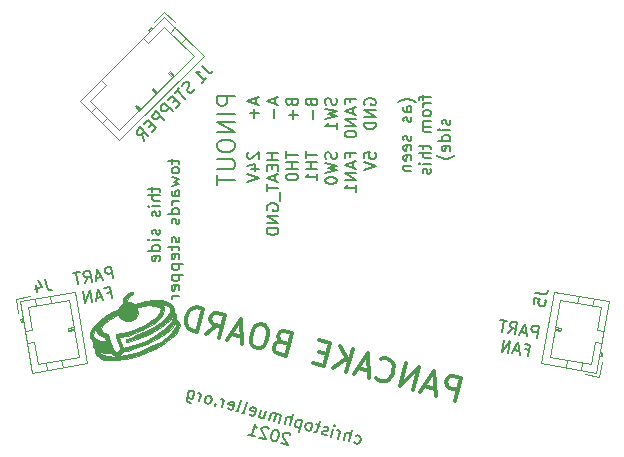
<source format=gbr>
%TF.GenerationSoftware,KiCad,Pcbnew,(5.1.9-0-10_14)*%
%TF.CreationDate,2021-09-12T17:19:37+02:00*%
%TF.ProjectId,v0_miniAB_pancake_board,76305f6d-696e-4694-9142-5f70616e6361,rev?*%
%TF.SameCoordinates,Original*%
%TF.FileFunction,Legend,Bot*%
%TF.FilePolarity,Positive*%
%FSLAX46Y46*%
G04 Gerber Fmt 4.6, Leading zero omitted, Abs format (unit mm)*
G04 Created by KiCad (PCBNEW (5.1.9-0-10_14)) date 2021-09-12 17:19:37*
%MOMM*%
%LPD*%
G01*
G04 APERTURE LIST*
%ADD10C,0.300000*%
%ADD11C,0.150000*%
%ADD12C,0.100000*%
%ADD13C,0.120000*%
G04 APERTURE END LIST*
D10*
X111918950Y-112742787D02*
X112436588Y-110810935D01*
X111700645Y-110613740D01*
X111492010Y-110656434D01*
X111375367Y-110723777D01*
X111234076Y-110883114D01*
X111160127Y-111159092D01*
X111202821Y-111367728D01*
X111270165Y-111484370D01*
X111429501Y-111625662D01*
X112165445Y-111822857D01*
X110226988Y-111697841D02*
X109307059Y-111451346D01*
X110263078Y-112299097D02*
X110136765Y-110194699D01*
X108975176Y-111954005D01*
X108331226Y-111781459D02*
X108848864Y-109849607D01*
X107227311Y-111485666D01*
X107744949Y-109553814D01*
X105252765Y-110759392D02*
X105320108Y-110876035D01*
X105571438Y-111041976D01*
X105755424Y-111091275D01*
X106056052Y-111073230D01*
X106289337Y-110938543D01*
X106430628Y-110779207D01*
X106621219Y-110435884D01*
X106695167Y-110159906D01*
X106701772Y-109767284D01*
X106659078Y-109558649D01*
X106524391Y-109325364D01*
X106273062Y-109159423D01*
X106089076Y-109110124D01*
X105788448Y-109128169D01*
X105671805Y-109195512D01*
X104615419Y-110194225D02*
X103695490Y-109947731D01*
X104651508Y-110795482D02*
X104525196Y-108691084D01*
X103363607Y-110450390D01*
X102719657Y-110277843D02*
X103237295Y-108345992D01*
X101615742Y-109982050D02*
X102739471Y-109099980D01*
X102133380Y-108050199D02*
X102941502Y-109449907D01*
X101058949Y-108748283D02*
X100414998Y-108575737D01*
X99867876Y-109513711D02*
X100787805Y-109760205D01*
X101305443Y-107828354D01*
X100385514Y-107581859D01*
X97195246Y-107713007D02*
X96894617Y-107731052D01*
X96777975Y-107798395D01*
X96636683Y-107957732D01*
X96562735Y-108233710D01*
X96605429Y-108442346D01*
X96672772Y-108558988D01*
X96832109Y-108700280D01*
X97568052Y-108897475D01*
X98085690Y-106965624D01*
X97441740Y-106793078D01*
X97233105Y-106835772D01*
X97116462Y-106903115D01*
X96975170Y-107062452D01*
X96925872Y-107246437D01*
X96968566Y-107455073D01*
X97035909Y-107571715D01*
X97195246Y-107713007D01*
X97839196Y-107885553D01*
X95785867Y-106349388D02*
X95417895Y-106250790D01*
X95209260Y-106293484D01*
X94975975Y-106428171D01*
X94785385Y-106771493D01*
X94612839Y-107415444D01*
X94606234Y-107808065D01*
X94740921Y-108041350D01*
X94900257Y-108182642D01*
X95268229Y-108281239D01*
X95476864Y-108238545D01*
X95710149Y-108103858D01*
X95900740Y-107760536D01*
X96073286Y-107116585D01*
X96079891Y-106723964D01*
X95945204Y-106490680D01*
X95785867Y-106349388D01*
X93852246Y-107310241D02*
X92932316Y-107063747D01*
X93888335Y-107911498D02*
X93762023Y-105807100D01*
X92600434Y-107566406D01*
X90852568Y-107098067D02*
X91743013Y-106350683D01*
X91956483Y-107393860D02*
X92474121Y-105462008D01*
X91738178Y-105264813D01*
X91529543Y-105307507D01*
X91412900Y-105374850D01*
X91271608Y-105534187D01*
X91197660Y-105810166D01*
X91240354Y-106018801D01*
X91307698Y-106135443D01*
X91467034Y-106276735D01*
X92202978Y-106473930D01*
X90024632Y-106876222D02*
X90542270Y-104944370D01*
X90082305Y-104821123D01*
X89781677Y-104839168D01*
X89548392Y-104973855D01*
X89407100Y-105133191D01*
X89216510Y-105476513D01*
X89142561Y-105752492D01*
X89135957Y-106145113D01*
X89178651Y-106353749D01*
X89313338Y-106587033D01*
X89564667Y-106752975D01*
X90024632Y-106876222D01*
D11*
X103339241Y-116224301D02*
X103418909Y-116294947D01*
X103602895Y-116344246D01*
X103707213Y-116322899D01*
X103765534Y-116289227D01*
X103836180Y-116209559D01*
X103910128Y-115933580D01*
X103888781Y-115829262D01*
X103855109Y-115770941D01*
X103775441Y-115700295D01*
X103591455Y-115650996D01*
X103487137Y-115672343D01*
X102912948Y-116159375D02*
X103171767Y-115193449D01*
X102498980Y-116048452D02*
X102634552Y-115542491D01*
X102705198Y-115462823D01*
X102809515Y-115441476D01*
X102947505Y-115478450D01*
X103027173Y-115549096D01*
X103060845Y-115607417D01*
X102039015Y-115925205D02*
X102211561Y-115281255D01*
X102162262Y-115465241D02*
X102140915Y-115360923D01*
X102107243Y-115302602D01*
X102027575Y-115231956D01*
X101935582Y-115207306D01*
X101441061Y-115764984D02*
X101613607Y-115121033D01*
X101699880Y-114799058D02*
X101733552Y-114857379D01*
X101675231Y-114891051D01*
X101641559Y-114832730D01*
X101699880Y-114799058D01*
X101675231Y-114891051D01*
X101039418Y-115608065D02*
X100935100Y-115629412D01*
X100751114Y-115580113D01*
X100671446Y-115509467D01*
X100650099Y-115405150D01*
X100662423Y-115359153D01*
X100733069Y-115279485D01*
X100837387Y-115258138D01*
X100975376Y-115295112D01*
X101079694Y-115273765D01*
X101150340Y-115194097D01*
X101162665Y-115148100D01*
X101141318Y-115043783D01*
X101061649Y-114973137D01*
X100923660Y-114936163D01*
X100819342Y-114957510D01*
X100509692Y-114825240D02*
X100141720Y-114726642D01*
X100457975Y-114466291D02*
X100236131Y-115294227D01*
X100165485Y-115373895D01*
X100061167Y-115395242D01*
X99969174Y-115370593D01*
X99509209Y-115247346D02*
X99613527Y-115225999D01*
X99671848Y-115192327D01*
X99742494Y-115112659D01*
X99816442Y-114836680D01*
X99795095Y-114732362D01*
X99761424Y-114674041D01*
X99681755Y-114603395D01*
X99543766Y-114566421D01*
X99439448Y-114587768D01*
X99381127Y-114621440D01*
X99310481Y-114701108D01*
X99236533Y-114977087D01*
X99257880Y-115081405D01*
X99291552Y-115139726D01*
X99371220Y-115210372D01*
X99509209Y-115247346D01*
X98945812Y-114406200D02*
X98686993Y-115372126D01*
X98933487Y-114452196D02*
X98853819Y-114381550D01*
X98669833Y-114332252D01*
X98565515Y-114353599D01*
X98507194Y-114387270D01*
X98436548Y-114466939D01*
X98362600Y-114742917D01*
X98383947Y-114847235D01*
X98417619Y-114905556D01*
X98497287Y-114976202D01*
X98681273Y-115025501D01*
X98785591Y-115004154D01*
X97899333Y-114815981D02*
X98158152Y-113850055D01*
X97485365Y-114705058D02*
X97620937Y-114199097D01*
X97691583Y-114119429D01*
X97795900Y-114098082D01*
X97933890Y-114135056D01*
X98013558Y-114205702D01*
X98047230Y-114264023D01*
X97025400Y-114581811D02*
X97197946Y-113937861D01*
X97173297Y-114029854D02*
X97139625Y-113971532D01*
X97059957Y-113900886D01*
X96921967Y-113863912D01*
X96817650Y-113885259D01*
X96747004Y-113964928D01*
X96611432Y-114470889D01*
X96747004Y-113964928D02*
X96725657Y-113860610D01*
X96645988Y-113789964D01*
X96507999Y-113752990D01*
X96403681Y-113774337D01*
X96333036Y-113854005D01*
X96197464Y-114359966D01*
X95496077Y-113481846D02*
X95323531Y-114125797D01*
X95910045Y-113592769D02*
X95774473Y-114098730D01*
X95703827Y-114178398D01*
X95599510Y-114199745D01*
X95461520Y-114162771D01*
X95381852Y-114092125D01*
X95348180Y-114033804D01*
X94507919Y-113857955D02*
X94587587Y-113928601D01*
X94771573Y-113977900D01*
X94875891Y-113956553D01*
X94946537Y-113876885D01*
X95045134Y-113508913D01*
X95023787Y-113404595D01*
X94944119Y-113333950D01*
X94760133Y-113284651D01*
X94655816Y-113305998D01*
X94585170Y-113385666D01*
X94560520Y-113477659D01*
X94995836Y-113692899D01*
X93897640Y-113743730D02*
X94001958Y-113722383D01*
X94072604Y-113642715D01*
X94294449Y-112814779D01*
X93391679Y-113608159D02*
X93495997Y-113586812D01*
X93566643Y-113507143D01*
X93788488Y-112679207D01*
X92668060Y-113364967D02*
X92747729Y-113435613D01*
X92931714Y-113484911D01*
X93036032Y-113463564D01*
X93106678Y-113383896D01*
X93205276Y-113015924D01*
X93183929Y-112911607D01*
X93104260Y-112840961D01*
X92920275Y-112791662D01*
X92815957Y-112813009D01*
X92745311Y-112892677D01*
X92720662Y-112984670D01*
X93155977Y-113199910D01*
X92195771Y-113287716D02*
X92368317Y-112643765D01*
X92319018Y-112827751D02*
X92297671Y-112723434D01*
X92263999Y-112665112D01*
X92184331Y-112594467D01*
X92092338Y-112569817D01*
X91622466Y-113035502D02*
X91564145Y-113069173D01*
X91597817Y-113127495D01*
X91656138Y-113093823D01*
X91622466Y-113035502D01*
X91597817Y-113127495D01*
X90999863Y-112967273D02*
X91104180Y-112945926D01*
X91162502Y-112912255D01*
X91233148Y-112832586D01*
X91307096Y-112556608D01*
X91285749Y-112452290D01*
X91252077Y-112393969D01*
X91172409Y-112323323D01*
X91034419Y-112286349D01*
X90930102Y-112307696D01*
X90871781Y-112341367D01*
X90801135Y-112421036D01*
X90727186Y-112697014D01*
X90748533Y-112801332D01*
X90782205Y-112859653D01*
X90861873Y-112930299D01*
X90999863Y-112967273D01*
X90263919Y-112770078D02*
X90436465Y-112126127D01*
X90387166Y-112310113D02*
X90365819Y-112205796D01*
X90332148Y-112147474D01*
X90252479Y-112076828D01*
X90160487Y-112052179D01*
X89424543Y-111854984D02*
X89215023Y-112636924D01*
X89236370Y-112741241D01*
X89270042Y-112799562D01*
X89349710Y-112870208D01*
X89487699Y-112907182D01*
X89592017Y-112885835D01*
X89264322Y-112452938D02*
X89343990Y-112523584D01*
X89527976Y-112572882D01*
X89632293Y-112551535D01*
X89690615Y-112517864D01*
X89761261Y-112438195D01*
X89835209Y-112162217D01*
X89813862Y-112057899D01*
X89780190Y-111999578D01*
X89700522Y-111928932D01*
X89516536Y-111879633D01*
X89412218Y-111900980D01*
X97959432Y-115603612D02*
X97925760Y-115545291D01*
X97846092Y-115474645D01*
X97616110Y-115413021D01*
X97511792Y-115434368D01*
X97453471Y-115468040D01*
X97382825Y-115547708D01*
X97358176Y-115639701D01*
X97367198Y-115790015D01*
X97771259Y-116489869D01*
X97173305Y-116329648D01*
X96834170Y-115203501D02*
X96742177Y-115178852D01*
X96637859Y-115200199D01*
X96579538Y-115233870D01*
X96508892Y-115313539D01*
X96413597Y-115485200D01*
X96351973Y-115715182D01*
X96348671Y-115911493D01*
X96370018Y-116015810D01*
X96403690Y-116074131D01*
X96483358Y-116144777D01*
X96575351Y-116169427D01*
X96679668Y-116148080D01*
X96737990Y-116114408D01*
X96808636Y-116034740D01*
X96903931Y-115863079D01*
X96965554Y-115633096D01*
X96968857Y-115436786D01*
X96947510Y-115332468D01*
X96913838Y-115274147D01*
X96834170Y-115203501D01*
X96119573Y-115110623D02*
X96085902Y-115052302D01*
X96006233Y-114981656D01*
X95776251Y-114920033D01*
X95671933Y-114941380D01*
X95613612Y-114975051D01*
X95542966Y-115054720D01*
X95518317Y-115146712D01*
X95527339Y-115297027D01*
X95931400Y-115996881D01*
X95333446Y-115836659D01*
X94413517Y-115590165D02*
X94965474Y-115738062D01*
X94689496Y-115664113D02*
X94948315Y-114698188D01*
X95003333Y-114860826D01*
X95070677Y-114977469D01*
X95150345Y-115048115D01*
X93278571Y-86921428D02*
X91778571Y-86921428D01*
X91778571Y-87492857D01*
X91850000Y-87635714D01*
X91921428Y-87707142D01*
X92064285Y-87778571D01*
X92278571Y-87778571D01*
X92421428Y-87707142D01*
X92492857Y-87635714D01*
X92564285Y-87492857D01*
X92564285Y-86921428D01*
X93278571Y-88421428D02*
X91778571Y-88421428D01*
X93278571Y-89135714D02*
X91778571Y-89135714D01*
X93278571Y-89992857D01*
X91778571Y-89992857D01*
X91778571Y-90992857D02*
X91778571Y-91278571D01*
X91850000Y-91421428D01*
X91992857Y-91564285D01*
X92278571Y-91635714D01*
X92778571Y-91635714D01*
X93064285Y-91564285D01*
X93207142Y-91421428D01*
X93278571Y-91278571D01*
X93278571Y-90992857D01*
X93207142Y-90850000D01*
X93064285Y-90707142D01*
X92778571Y-90635714D01*
X92278571Y-90635714D01*
X91992857Y-90707142D01*
X91850000Y-90850000D01*
X91778571Y-90992857D01*
X91778571Y-92278571D02*
X92992857Y-92278571D01*
X93135714Y-92350000D01*
X93207142Y-92421428D01*
X93278571Y-92564285D01*
X93278571Y-92850000D01*
X93207142Y-92992857D01*
X93135714Y-93064285D01*
X92992857Y-93135714D01*
X91778571Y-93135714D01*
X91778571Y-93635714D02*
X91778571Y-94492857D01*
X93278571Y-94064285D02*
X91778571Y-94064285D01*
X86260714Y-94628571D02*
X86260714Y-95009523D01*
X85927380Y-94771428D02*
X86784523Y-94771428D01*
X86879761Y-94819047D01*
X86927380Y-94914285D01*
X86927380Y-95009523D01*
X86927380Y-95342857D02*
X85927380Y-95342857D01*
X86927380Y-95771428D02*
X86403571Y-95771428D01*
X86308333Y-95723809D01*
X86260714Y-95628571D01*
X86260714Y-95485714D01*
X86308333Y-95390476D01*
X86355952Y-95342857D01*
X86927380Y-96247619D02*
X86260714Y-96247619D01*
X85927380Y-96247619D02*
X85975000Y-96200000D01*
X86022619Y-96247619D01*
X85975000Y-96295238D01*
X85927380Y-96247619D01*
X86022619Y-96247619D01*
X86879761Y-96676190D02*
X86927380Y-96771428D01*
X86927380Y-96961904D01*
X86879761Y-97057142D01*
X86784523Y-97104761D01*
X86736904Y-97104761D01*
X86641666Y-97057142D01*
X86594047Y-96961904D01*
X86594047Y-96819047D01*
X86546428Y-96723809D01*
X86451190Y-96676190D01*
X86403571Y-96676190D01*
X86308333Y-96723809D01*
X86260714Y-96819047D01*
X86260714Y-96961904D01*
X86308333Y-97057142D01*
X86879761Y-98247619D02*
X86927380Y-98342857D01*
X86927380Y-98533333D01*
X86879761Y-98628571D01*
X86784523Y-98676190D01*
X86736904Y-98676190D01*
X86641666Y-98628571D01*
X86594047Y-98533333D01*
X86594047Y-98390476D01*
X86546428Y-98295238D01*
X86451190Y-98247619D01*
X86403571Y-98247619D01*
X86308333Y-98295238D01*
X86260714Y-98390476D01*
X86260714Y-98533333D01*
X86308333Y-98628571D01*
X86927380Y-99104761D02*
X86260714Y-99104761D01*
X85927380Y-99104761D02*
X85975000Y-99057142D01*
X86022619Y-99104761D01*
X85975000Y-99152380D01*
X85927380Y-99104761D01*
X86022619Y-99104761D01*
X86927380Y-100009523D02*
X85927380Y-100009523D01*
X86879761Y-100009523D02*
X86927380Y-99914285D01*
X86927380Y-99723809D01*
X86879761Y-99628571D01*
X86832142Y-99580952D01*
X86736904Y-99533333D01*
X86451190Y-99533333D01*
X86355952Y-99580952D01*
X86308333Y-99628571D01*
X86260714Y-99723809D01*
X86260714Y-99914285D01*
X86308333Y-100009523D01*
X86879761Y-100866666D02*
X86927380Y-100771428D01*
X86927380Y-100580952D01*
X86879761Y-100485714D01*
X86784523Y-100438095D01*
X86403571Y-100438095D01*
X86308333Y-100485714D01*
X86260714Y-100580952D01*
X86260714Y-100771428D01*
X86308333Y-100866666D01*
X86403571Y-100914285D01*
X86498809Y-100914285D01*
X86594047Y-100438095D01*
X87910714Y-92271428D02*
X87910714Y-92652380D01*
X87577380Y-92414285D02*
X88434523Y-92414285D01*
X88529761Y-92461904D01*
X88577380Y-92557142D01*
X88577380Y-92652380D01*
X88577380Y-93128571D02*
X88529761Y-93033333D01*
X88482142Y-92985714D01*
X88386904Y-92938095D01*
X88101190Y-92938095D01*
X88005952Y-92985714D01*
X87958333Y-93033333D01*
X87910714Y-93128571D01*
X87910714Y-93271428D01*
X87958333Y-93366666D01*
X88005952Y-93414285D01*
X88101190Y-93461904D01*
X88386904Y-93461904D01*
X88482142Y-93414285D01*
X88529761Y-93366666D01*
X88577380Y-93271428D01*
X88577380Y-93128571D01*
X87910714Y-93795238D02*
X88577380Y-93985714D01*
X88101190Y-94176190D01*
X88577380Y-94366666D01*
X87910714Y-94557142D01*
X88577380Y-95366666D02*
X88053571Y-95366666D01*
X87958333Y-95319047D01*
X87910714Y-95223809D01*
X87910714Y-95033333D01*
X87958333Y-94938095D01*
X88529761Y-95366666D02*
X88577380Y-95271428D01*
X88577380Y-95033333D01*
X88529761Y-94938095D01*
X88434523Y-94890476D01*
X88339285Y-94890476D01*
X88244047Y-94938095D01*
X88196428Y-95033333D01*
X88196428Y-95271428D01*
X88148809Y-95366666D01*
X88577380Y-95842857D02*
X87910714Y-95842857D01*
X88101190Y-95842857D02*
X88005952Y-95890476D01*
X87958333Y-95938095D01*
X87910714Y-96033333D01*
X87910714Y-96128571D01*
X88577380Y-96890476D02*
X87577380Y-96890476D01*
X88529761Y-96890476D02*
X88577380Y-96795238D01*
X88577380Y-96604761D01*
X88529761Y-96509523D01*
X88482142Y-96461904D01*
X88386904Y-96414285D01*
X88101190Y-96414285D01*
X88005952Y-96461904D01*
X87958333Y-96509523D01*
X87910714Y-96604761D01*
X87910714Y-96795238D01*
X87958333Y-96890476D01*
X88529761Y-97319047D02*
X88577380Y-97414285D01*
X88577380Y-97604761D01*
X88529761Y-97700000D01*
X88434523Y-97747619D01*
X88386904Y-97747619D01*
X88291666Y-97700000D01*
X88244047Y-97604761D01*
X88244047Y-97461904D01*
X88196428Y-97366666D01*
X88101190Y-97319047D01*
X88053571Y-97319047D01*
X87958333Y-97366666D01*
X87910714Y-97461904D01*
X87910714Y-97604761D01*
X87958333Y-97700000D01*
X88529761Y-98890476D02*
X88577380Y-98985714D01*
X88577380Y-99176190D01*
X88529761Y-99271428D01*
X88434523Y-99319047D01*
X88386904Y-99319047D01*
X88291666Y-99271428D01*
X88244047Y-99176190D01*
X88244047Y-99033333D01*
X88196428Y-98938095D01*
X88101190Y-98890476D01*
X88053571Y-98890476D01*
X87958333Y-98938095D01*
X87910714Y-99033333D01*
X87910714Y-99176190D01*
X87958333Y-99271428D01*
X87910714Y-99604761D02*
X87910714Y-99985714D01*
X87577380Y-99747619D02*
X88434523Y-99747619D01*
X88529761Y-99795238D01*
X88577380Y-99890476D01*
X88577380Y-99985714D01*
X88529761Y-100700000D02*
X88577380Y-100604761D01*
X88577380Y-100414285D01*
X88529761Y-100319047D01*
X88434523Y-100271428D01*
X88053571Y-100271428D01*
X87958333Y-100319047D01*
X87910714Y-100414285D01*
X87910714Y-100604761D01*
X87958333Y-100700000D01*
X88053571Y-100747619D01*
X88148809Y-100747619D01*
X88244047Y-100271428D01*
X87910714Y-101176190D02*
X88910714Y-101176190D01*
X87958333Y-101176190D02*
X87910714Y-101271428D01*
X87910714Y-101461904D01*
X87958333Y-101557142D01*
X88005952Y-101604761D01*
X88101190Y-101652380D01*
X88386904Y-101652380D01*
X88482142Y-101604761D01*
X88529761Y-101557142D01*
X88577380Y-101461904D01*
X88577380Y-101271428D01*
X88529761Y-101176190D01*
X87910714Y-102080952D02*
X88910714Y-102080952D01*
X87958333Y-102080952D02*
X87910714Y-102176190D01*
X87910714Y-102366666D01*
X87958333Y-102461904D01*
X88005952Y-102509523D01*
X88101190Y-102557142D01*
X88386904Y-102557142D01*
X88482142Y-102509523D01*
X88529761Y-102461904D01*
X88577380Y-102366666D01*
X88577380Y-102176190D01*
X88529761Y-102080952D01*
X88529761Y-103366666D02*
X88577380Y-103271428D01*
X88577380Y-103080952D01*
X88529761Y-102985714D01*
X88434523Y-102938095D01*
X88053571Y-102938095D01*
X87958333Y-102985714D01*
X87910714Y-103080952D01*
X87910714Y-103271428D01*
X87958333Y-103366666D01*
X88053571Y-103414285D01*
X88148809Y-103414285D01*
X88244047Y-102938095D01*
X88577380Y-103842857D02*
X87910714Y-103842857D01*
X88101190Y-103842857D02*
X88005952Y-103890476D01*
X87958333Y-103938095D01*
X87910714Y-104033333D01*
X87910714Y-104128571D01*
X89858037Y-86314381D02*
X89790694Y-86449068D01*
X89622335Y-86617427D01*
X89521320Y-86651099D01*
X89453976Y-86651099D01*
X89352961Y-86617427D01*
X89285618Y-86550084D01*
X89251946Y-86449068D01*
X89251946Y-86381725D01*
X89285618Y-86280710D01*
X89386633Y-86112351D01*
X89420305Y-86011336D01*
X89420305Y-85943992D01*
X89386633Y-85842977D01*
X89319289Y-85775633D01*
X89218274Y-85741962D01*
X89150931Y-85741962D01*
X89049915Y-85775633D01*
X88881557Y-85943992D01*
X88814213Y-86078679D01*
X88578511Y-86247038D02*
X88174450Y-86651099D01*
X89083587Y-87156175D02*
X88376480Y-86449068D01*
X88275465Y-87223519D02*
X88039763Y-87459221D01*
X88309137Y-87930625D02*
X88645854Y-87593908D01*
X87938748Y-86886801D01*
X87602030Y-87223519D01*
X88006091Y-88233671D02*
X87298984Y-87526564D01*
X87029610Y-87795938D01*
X86995938Y-87896954D01*
X86995938Y-87964297D01*
X87029610Y-88065312D01*
X87130625Y-88166328D01*
X87231641Y-88200000D01*
X87298984Y-88200000D01*
X87400000Y-88166328D01*
X87669374Y-87896954D01*
X87298984Y-88940778D02*
X86591877Y-88233671D01*
X86322503Y-88503045D01*
X86288832Y-88604061D01*
X86288832Y-88671404D01*
X86322503Y-88772419D01*
X86423519Y-88873435D01*
X86524534Y-88907106D01*
X86591877Y-88907106D01*
X86692893Y-88873435D01*
X86962267Y-88604061D01*
X86221488Y-89277496D02*
X85985786Y-89513198D01*
X86255160Y-89984602D02*
X86591877Y-89647885D01*
X85884771Y-88940778D01*
X85548053Y-89277496D01*
X85548053Y-90691709D02*
X85447038Y-90119289D01*
X85952114Y-90287648D02*
X85245007Y-89580541D01*
X84975633Y-89849915D01*
X84941962Y-89950931D01*
X84941962Y-90018274D01*
X84975633Y-90119289D01*
X85076649Y-90220305D01*
X85177664Y-90253976D01*
X85245007Y-90253976D01*
X85346023Y-90220305D01*
X85615397Y-89950931D01*
X82982850Y-102360166D02*
X82809201Y-101375358D01*
X82434037Y-101441510D01*
X82348514Y-101504944D01*
X82309888Y-101560108D01*
X82279530Y-101662168D01*
X82304337Y-101802855D01*
X82367770Y-101888377D01*
X82422935Y-101927004D01*
X82524995Y-101957362D01*
X82900160Y-101891210D01*
X81995324Y-102244172D02*
X81526368Y-102326861D01*
X82138729Y-102509007D02*
X81636811Y-101582082D01*
X81482190Y-102624773D01*
X80591174Y-102781883D02*
X80836753Y-102255044D01*
X81153921Y-102682656D02*
X80980273Y-101697848D01*
X80605108Y-101763999D01*
X80519586Y-101827433D01*
X80480959Y-101882598D01*
X80450601Y-101984658D01*
X80475408Y-102125345D01*
X80538842Y-102210867D01*
X80594006Y-102249493D01*
X80696067Y-102279851D01*
X81071231Y-102213699D01*
X80136152Y-101846689D02*
X79573405Y-101945917D01*
X80028426Y-102881111D02*
X79854778Y-101896303D01*
X82428080Y-103601551D02*
X82756350Y-103543668D01*
X82847308Y-104059520D02*
X82673660Y-103074712D01*
X82204704Y-103157402D01*
X82000469Y-103918718D02*
X81531513Y-104001408D01*
X82143874Y-104183554D02*
X81641957Y-103256629D01*
X81487336Y-104299320D01*
X81159066Y-104357202D02*
X80985418Y-103372395D01*
X80596319Y-104456430D01*
X80422671Y-103471622D01*
X118812259Y-107405917D02*
X118985908Y-106421110D01*
X118610743Y-106354958D01*
X118508683Y-106385316D01*
X118453518Y-106423942D01*
X118390084Y-106509465D01*
X118365278Y-106650151D01*
X118395635Y-106752212D01*
X118434262Y-106807376D01*
X118519784Y-106870810D01*
X118894949Y-106936961D01*
X117923961Y-106959165D02*
X117455005Y-106876475D01*
X117968138Y-107257076D02*
X117813517Y-106214386D01*
X117311600Y-107141311D01*
X116420583Y-106984200D02*
X116831542Y-106573127D01*
X116983331Y-107083428D02*
X117156979Y-106098620D01*
X116781814Y-106032469D01*
X116679754Y-106062826D01*
X116624589Y-106101453D01*
X116561156Y-106186975D01*
X116536349Y-106327662D01*
X116566707Y-106429722D01*
X116605333Y-106484887D01*
X116690855Y-106548320D01*
X117066020Y-106614472D01*
X116312858Y-105949779D02*
X115750111Y-105850551D01*
X115857836Y-106884973D02*
X116031484Y-105900165D01*
X117866369Y-108382695D02*
X118194639Y-108440578D01*
X118103680Y-108956430D02*
X118277328Y-107971622D01*
X117808372Y-107888932D01*
X117356068Y-108534484D02*
X116887112Y-108451794D01*
X117400246Y-108832395D02*
X117245625Y-107789705D01*
X116743707Y-108716630D01*
X116415438Y-108658747D02*
X116589086Y-107673939D01*
X115852691Y-108559520D01*
X116026339Y-107574712D01*
X108583333Y-87457142D02*
X108535714Y-87409523D01*
X108392857Y-87314285D01*
X108297619Y-87266666D01*
X108154761Y-87219047D01*
X107916666Y-87171428D01*
X107726190Y-87171428D01*
X107488095Y-87219047D01*
X107345238Y-87266666D01*
X107250000Y-87314285D01*
X107107142Y-87409523D01*
X107059523Y-87457142D01*
X108202380Y-88266666D02*
X107678571Y-88266666D01*
X107583333Y-88219047D01*
X107535714Y-88123809D01*
X107535714Y-87933333D01*
X107583333Y-87838095D01*
X108154761Y-88266666D02*
X108202380Y-88171428D01*
X108202380Y-87933333D01*
X108154761Y-87838095D01*
X108059523Y-87790476D01*
X107964285Y-87790476D01*
X107869047Y-87838095D01*
X107821428Y-87933333D01*
X107821428Y-88171428D01*
X107773809Y-88266666D01*
X108154761Y-88695238D02*
X108202380Y-88790476D01*
X108202380Y-88980952D01*
X108154761Y-89076190D01*
X108059523Y-89123809D01*
X108011904Y-89123809D01*
X107916666Y-89076190D01*
X107869047Y-88980952D01*
X107869047Y-88838095D01*
X107821428Y-88742857D01*
X107726190Y-88695238D01*
X107678571Y-88695238D01*
X107583333Y-88742857D01*
X107535714Y-88838095D01*
X107535714Y-88980952D01*
X107583333Y-89076190D01*
X108154761Y-90266666D02*
X108202380Y-90361904D01*
X108202380Y-90552380D01*
X108154761Y-90647619D01*
X108059523Y-90695238D01*
X108011904Y-90695238D01*
X107916666Y-90647619D01*
X107869047Y-90552380D01*
X107869047Y-90409523D01*
X107821428Y-90314285D01*
X107726190Y-90266666D01*
X107678571Y-90266666D01*
X107583333Y-90314285D01*
X107535714Y-90409523D01*
X107535714Y-90552380D01*
X107583333Y-90647619D01*
X108154761Y-91504761D02*
X108202380Y-91409523D01*
X108202380Y-91219047D01*
X108154761Y-91123809D01*
X108059523Y-91076190D01*
X107678571Y-91076190D01*
X107583333Y-91123809D01*
X107535714Y-91219047D01*
X107535714Y-91409523D01*
X107583333Y-91504761D01*
X107678571Y-91552380D01*
X107773809Y-91552380D01*
X107869047Y-91076190D01*
X108154761Y-92361904D02*
X108202380Y-92266666D01*
X108202380Y-92076190D01*
X108154761Y-91980952D01*
X108059523Y-91933333D01*
X107678571Y-91933333D01*
X107583333Y-91980952D01*
X107535714Y-92076190D01*
X107535714Y-92266666D01*
X107583333Y-92361904D01*
X107678571Y-92409523D01*
X107773809Y-92409523D01*
X107869047Y-91933333D01*
X107535714Y-92838095D02*
X108202380Y-92838095D01*
X107630952Y-92838095D02*
X107583333Y-92885714D01*
X107535714Y-92980952D01*
X107535714Y-93123809D01*
X107583333Y-93219047D01*
X107678571Y-93266666D01*
X108202380Y-93266666D01*
X109185714Y-86838095D02*
X109185714Y-87219047D01*
X109852380Y-86980952D02*
X108995238Y-86980952D01*
X108900000Y-87028571D01*
X108852380Y-87123809D01*
X108852380Y-87219047D01*
X109852380Y-87552380D02*
X109185714Y-87552380D01*
X109376190Y-87552380D02*
X109280952Y-87600000D01*
X109233333Y-87647619D01*
X109185714Y-87742857D01*
X109185714Y-87838095D01*
X109852380Y-88314285D02*
X109804761Y-88219047D01*
X109757142Y-88171428D01*
X109661904Y-88123809D01*
X109376190Y-88123809D01*
X109280952Y-88171428D01*
X109233333Y-88219047D01*
X109185714Y-88314285D01*
X109185714Y-88457142D01*
X109233333Y-88552380D01*
X109280952Y-88600000D01*
X109376190Y-88647619D01*
X109661904Y-88647619D01*
X109757142Y-88600000D01*
X109804761Y-88552380D01*
X109852380Y-88457142D01*
X109852380Y-88314285D01*
X109852380Y-89076190D02*
X109185714Y-89076190D01*
X109280952Y-89076190D02*
X109233333Y-89123809D01*
X109185714Y-89219047D01*
X109185714Y-89361904D01*
X109233333Y-89457142D01*
X109328571Y-89504761D01*
X109852380Y-89504761D01*
X109328571Y-89504761D02*
X109233333Y-89552380D01*
X109185714Y-89647619D01*
X109185714Y-89790476D01*
X109233333Y-89885714D01*
X109328571Y-89933333D01*
X109852380Y-89933333D01*
X109185714Y-91028571D02*
X109185714Y-91409523D01*
X108852380Y-91171428D02*
X109709523Y-91171428D01*
X109804761Y-91219047D01*
X109852380Y-91314285D01*
X109852380Y-91409523D01*
X109852380Y-91742857D02*
X108852380Y-91742857D01*
X109852380Y-92171428D02*
X109328571Y-92171428D01*
X109233333Y-92123809D01*
X109185714Y-92028571D01*
X109185714Y-91885714D01*
X109233333Y-91790476D01*
X109280952Y-91742857D01*
X109852380Y-92647619D02*
X109185714Y-92647619D01*
X108852380Y-92647619D02*
X108900000Y-92600000D01*
X108947619Y-92647619D01*
X108900000Y-92695238D01*
X108852380Y-92647619D01*
X108947619Y-92647619D01*
X109804761Y-93076190D02*
X109852380Y-93171428D01*
X109852380Y-93361904D01*
X109804761Y-93457142D01*
X109709523Y-93504761D01*
X109661904Y-93504761D01*
X109566666Y-93457142D01*
X109519047Y-93361904D01*
X109519047Y-93219047D01*
X109471428Y-93123809D01*
X109376190Y-93076190D01*
X109328571Y-93076190D01*
X109233333Y-93123809D01*
X109185714Y-93219047D01*
X109185714Y-93361904D01*
X109233333Y-93457142D01*
X111454761Y-88933333D02*
X111502380Y-89028571D01*
X111502380Y-89219047D01*
X111454761Y-89314285D01*
X111359523Y-89361904D01*
X111311904Y-89361904D01*
X111216666Y-89314285D01*
X111169047Y-89219047D01*
X111169047Y-89076190D01*
X111121428Y-88980952D01*
X111026190Y-88933333D01*
X110978571Y-88933333D01*
X110883333Y-88980952D01*
X110835714Y-89076190D01*
X110835714Y-89219047D01*
X110883333Y-89314285D01*
X111502380Y-89790476D02*
X110835714Y-89790476D01*
X110502380Y-89790476D02*
X110550000Y-89742857D01*
X110597619Y-89790476D01*
X110550000Y-89838095D01*
X110502380Y-89790476D01*
X110597619Y-89790476D01*
X111502380Y-90695238D02*
X110502380Y-90695238D01*
X111454761Y-90695238D02*
X111502380Y-90600000D01*
X111502380Y-90409523D01*
X111454761Y-90314285D01*
X111407142Y-90266666D01*
X111311904Y-90219047D01*
X111026190Y-90219047D01*
X110930952Y-90266666D01*
X110883333Y-90314285D01*
X110835714Y-90409523D01*
X110835714Y-90600000D01*
X110883333Y-90695238D01*
X111454761Y-91552380D02*
X111502380Y-91457142D01*
X111502380Y-91266666D01*
X111454761Y-91171428D01*
X111359523Y-91123809D01*
X110978571Y-91123809D01*
X110883333Y-91171428D01*
X110835714Y-91266666D01*
X110835714Y-91457142D01*
X110883333Y-91552380D01*
X110978571Y-91600000D01*
X111073809Y-91600000D01*
X111169047Y-91123809D01*
X111883333Y-91933333D02*
X111835714Y-91980952D01*
X111692857Y-92076190D01*
X111597619Y-92123809D01*
X111454761Y-92171428D01*
X111216666Y-92219047D01*
X111026190Y-92219047D01*
X110788095Y-92171428D01*
X110645238Y-92123809D01*
X110550000Y-92076190D01*
X110407142Y-91980952D01*
X110359523Y-91933333D01*
X94397619Y-91687976D02*
X94350000Y-91735595D01*
X94302380Y-91830833D01*
X94302380Y-92068928D01*
X94350000Y-92164166D01*
X94397619Y-92211785D01*
X94492857Y-92259404D01*
X94588095Y-92259404D01*
X94730952Y-92211785D01*
X95302380Y-91640357D01*
X95302380Y-92259404D01*
X94635714Y-93116547D02*
X95302380Y-93116547D01*
X94254761Y-92878452D02*
X94969047Y-92640357D01*
X94969047Y-93259404D01*
X94302380Y-93497500D02*
X95302380Y-93830833D01*
X94302380Y-94164166D01*
X96952380Y-91735595D02*
X95952380Y-91735595D01*
X96428571Y-91735595D02*
X96428571Y-92307023D01*
X96952380Y-92307023D02*
X95952380Y-92307023D01*
X96428571Y-92783214D02*
X96428571Y-93116547D01*
X96952380Y-93259404D02*
X96952380Y-92783214D01*
X95952380Y-92783214D01*
X95952380Y-93259404D01*
X96666666Y-93640357D02*
X96666666Y-94116547D01*
X96952380Y-93545119D02*
X95952380Y-93878452D01*
X96952380Y-94211785D01*
X95952380Y-94402261D02*
X95952380Y-94973690D01*
X96952380Y-94687976D02*
X95952380Y-94687976D01*
X97047619Y-95068928D02*
X97047619Y-95830833D01*
X96000000Y-96592738D02*
X95952380Y-96497500D01*
X95952380Y-96354642D01*
X96000000Y-96211785D01*
X96095238Y-96116547D01*
X96190476Y-96068928D01*
X96380952Y-96021309D01*
X96523809Y-96021309D01*
X96714285Y-96068928D01*
X96809523Y-96116547D01*
X96904761Y-96211785D01*
X96952380Y-96354642D01*
X96952380Y-96449880D01*
X96904761Y-96592738D01*
X96857142Y-96640357D01*
X96523809Y-96640357D01*
X96523809Y-96449880D01*
X96952380Y-97068928D02*
X95952380Y-97068928D01*
X96952380Y-97640357D01*
X95952380Y-97640357D01*
X96952380Y-98116547D02*
X95952380Y-98116547D01*
X95952380Y-98354642D01*
X96000000Y-98497500D01*
X96095238Y-98592738D01*
X96190476Y-98640357D01*
X96380952Y-98687976D01*
X96523809Y-98687976D01*
X96714285Y-98640357D01*
X96809523Y-98592738D01*
X96904761Y-98497500D01*
X96952380Y-98354642D01*
X96952380Y-98116547D01*
X97602380Y-91592738D02*
X97602380Y-92164166D01*
X98602380Y-91878452D02*
X97602380Y-91878452D01*
X98602380Y-92497500D02*
X97602380Y-92497500D01*
X98078571Y-92497500D02*
X98078571Y-93068928D01*
X98602380Y-93068928D02*
X97602380Y-93068928D01*
X97602380Y-93735595D02*
X97602380Y-93830833D01*
X97650000Y-93926071D01*
X97697619Y-93973690D01*
X97792857Y-94021309D01*
X97983333Y-94068928D01*
X98221428Y-94068928D01*
X98411904Y-94021309D01*
X98507142Y-93973690D01*
X98554761Y-93926071D01*
X98602380Y-93830833D01*
X98602380Y-93735595D01*
X98554761Y-93640357D01*
X98507142Y-93592738D01*
X98411904Y-93545119D01*
X98221428Y-93497500D01*
X97983333Y-93497500D01*
X97792857Y-93545119D01*
X97697619Y-93592738D01*
X97650000Y-93640357D01*
X97602380Y-93735595D01*
X99252380Y-91592738D02*
X99252380Y-92164166D01*
X100252380Y-91878452D02*
X99252380Y-91878452D01*
X100252380Y-92497500D02*
X99252380Y-92497500D01*
X99728571Y-92497500D02*
X99728571Y-93068928D01*
X100252380Y-93068928D02*
X99252380Y-93068928D01*
X100252380Y-94068928D02*
X100252380Y-93497500D01*
X100252380Y-93783214D02*
X99252380Y-93783214D01*
X99395238Y-93687976D01*
X99490476Y-93592738D01*
X99538095Y-93497500D01*
X101854761Y-91687976D02*
X101902380Y-91830833D01*
X101902380Y-92068928D01*
X101854761Y-92164166D01*
X101807142Y-92211785D01*
X101711904Y-92259404D01*
X101616666Y-92259404D01*
X101521428Y-92211785D01*
X101473809Y-92164166D01*
X101426190Y-92068928D01*
X101378571Y-91878452D01*
X101330952Y-91783214D01*
X101283333Y-91735595D01*
X101188095Y-91687976D01*
X101092857Y-91687976D01*
X100997619Y-91735595D01*
X100950000Y-91783214D01*
X100902380Y-91878452D01*
X100902380Y-92116547D01*
X100950000Y-92259404D01*
X100902380Y-92592738D02*
X101902380Y-92830833D01*
X101188095Y-93021309D01*
X101902380Y-93211785D01*
X100902380Y-93449880D01*
X100902380Y-94021309D02*
X100902380Y-94116547D01*
X100950000Y-94211785D01*
X100997619Y-94259404D01*
X101092857Y-94307023D01*
X101283333Y-94354642D01*
X101521428Y-94354642D01*
X101711904Y-94307023D01*
X101807142Y-94259404D01*
X101854761Y-94211785D01*
X101902380Y-94116547D01*
X101902380Y-94021309D01*
X101854761Y-93926071D01*
X101807142Y-93878452D01*
X101711904Y-93830833D01*
X101521428Y-93783214D01*
X101283333Y-93783214D01*
X101092857Y-93830833D01*
X100997619Y-93878452D01*
X100950000Y-93926071D01*
X100902380Y-94021309D01*
X103028571Y-92068928D02*
X103028571Y-91735595D01*
X103552380Y-91735595D02*
X102552380Y-91735595D01*
X102552380Y-92211785D01*
X103266666Y-92545119D02*
X103266666Y-93021309D01*
X103552380Y-92449880D02*
X102552380Y-92783214D01*
X103552380Y-93116547D01*
X103552380Y-93449880D02*
X102552380Y-93449880D01*
X103552380Y-94021309D01*
X102552380Y-94021309D01*
X103552380Y-95021309D02*
X103552380Y-94449880D01*
X103552380Y-94735595D02*
X102552380Y-94735595D01*
X102695238Y-94640357D01*
X102790476Y-94545119D01*
X102838095Y-94449880D01*
X104202380Y-92211785D02*
X104202380Y-91735595D01*
X104678571Y-91687976D01*
X104630952Y-91735595D01*
X104583333Y-91830833D01*
X104583333Y-92068928D01*
X104630952Y-92164166D01*
X104678571Y-92211785D01*
X104773809Y-92259404D01*
X105011904Y-92259404D01*
X105107142Y-92211785D01*
X105154761Y-92164166D01*
X105202380Y-92068928D01*
X105202380Y-91830833D01*
X105154761Y-91735595D01*
X105107142Y-91687976D01*
X104202380Y-92545119D02*
X105202380Y-92878452D01*
X104202380Y-93211785D01*
X95016666Y-87087976D02*
X95016666Y-87564166D01*
X95302380Y-86992738D02*
X94302380Y-87326071D01*
X95302380Y-87659404D01*
X94921428Y-87992738D02*
X94921428Y-88754642D01*
X95302380Y-88373690D02*
X94540476Y-88373690D01*
X96666666Y-87087976D02*
X96666666Y-87564166D01*
X96952380Y-86992738D02*
X95952380Y-87326071D01*
X96952380Y-87659404D01*
X96571428Y-87992738D02*
X96571428Y-88754642D01*
X98078571Y-87468928D02*
X98126190Y-87611785D01*
X98173809Y-87659404D01*
X98269047Y-87707023D01*
X98411904Y-87707023D01*
X98507142Y-87659404D01*
X98554761Y-87611785D01*
X98602380Y-87516547D01*
X98602380Y-87135595D01*
X97602380Y-87135595D01*
X97602380Y-87468928D01*
X97650000Y-87564166D01*
X97697619Y-87611785D01*
X97792857Y-87659404D01*
X97888095Y-87659404D01*
X97983333Y-87611785D01*
X98030952Y-87564166D01*
X98078571Y-87468928D01*
X98078571Y-87135595D01*
X98221428Y-88135595D02*
X98221428Y-88897500D01*
X98602380Y-88516547D02*
X97840476Y-88516547D01*
X99728571Y-87468928D02*
X99776190Y-87611785D01*
X99823809Y-87659404D01*
X99919047Y-87707023D01*
X100061904Y-87707023D01*
X100157142Y-87659404D01*
X100204761Y-87611785D01*
X100252380Y-87516547D01*
X100252380Y-87135595D01*
X99252380Y-87135595D01*
X99252380Y-87468928D01*
X99300000Y-87564166D01*
X99347619Y-87611785D01*
X99442857Y-87659404D01*
X99538095Y-87659404D01*
X99633333Y-87611785D01*
X99680952Y-87564166D01*
X99728571Y-87468928D01*
X99728571Y-87135595D01*
X99871428Y-88135595D02*
X99871428Y-88897500D01*
X101854761Y-87087976D02*
X101902380Y-87230833D01*
X101902380Y-87468928D01*
X101854761Y-87564166D01*
X101807142Y-87611785D01*
X101711904Y-87659404D01*
X101616666Y-87659404D01*
X101521428Y-87611785D01*
X101473809Y-87564166D01*
X101426190Y-87468928D01*
X101378571Y-87278452D01*
X101330952Y-87183214D01*
X101283333Y-87135595D01*
X101188095Y-87087976D01*
X101092857Y-87087976D01*
X100997619Y-87135595D01*
X100950000Y-87183214D01*
X100902380Y-87278452D01*
X100902380Y-87516547D01*
X100950000Y-87659404D01*
X100902380Y-87992738D02*
X101902380Y-88230833D01*
X101188095Y-88421309D01*
X101902380Y-88611785D01*
X100902380Y-88849880D01*
X101902380Y-89754642D02*
X101902380Y-89183214D01*
X101902380Y-89468928D02*
X100902380Y-89468928D01*
X101045238Y-89373690D01*
X101140476Y-89278452D01*
X101188095Y-89183214D01*
X103028571Y-87468928D02*
X103028571Y-87135595D01*
X103552380Y-87135595D02*
X102552380Y-87135595D01*
X102552380Y-87611785D01*
X103266666Y-87945119D02*
X103266666Y-88421309D01*
X103552380Y-87849880D02*
X102552380Y-88183214D01*
X103552380Y-88516547D01*
X103552380Y-88849880D02*
X102552380Y-88849880D01*
X103552380Y-89421309D01*
X102552380Y-89421309D01*
X102552380Y-90087976D02*
X102552380Y-90183214D01*
X102600000Y-90278452D01*
X102647619Y-90326071D01*
X102742857Y-90373690D01*
X102933333Y-90421309D01*
X103171428Y-90421309D01*
X103361904Y-90373690D01*
X103457142Y-90326071D01*
X103504761Y-90278452D01*
X103552380Y-90183214D01*
X103552380Y-90087976D01*
X103504761Y-89992738D01*
X103457142Y-89945119D01*
X103361904Y-89897500D01*
X103171428Y-89849880D01*
X102933333Y-89849880D01*
X102742857Y-89897500D01*
X102647619Y-89945119D01*
X102600000Y-89992738D01*
X102552380Y-90087976D01*
X104250000Y-87659404D02*
X104202380Y-87564166D01*
X104202380Y-87421309D01*
X104250000Y-87278452D01*
X104345238Y-87183214D01*
X104440476Y-87135595D01*
X104630952Y-87087976D01*
X104773809Y-87087976D01*
X104964285Y-87135595D01*
X105059523Y-87183214D01*
X105154761Y-87278452D01*
X105202380Y-87421309D01*
X105202380Y-87516547D01*
X105154761Y-87659404D01*
X105107142Y-87707023D01*
X104773809Y-87707023D01*
X104773809Y-87516547D01*
X105202380Y-88135595D02*
X104202380Y-88135595D01*
X105202380Y-88707023D01*
X104202380Y-88707023D01*
X105202380Y-89183214D02*
X104202380Y-89183214D01*
X104202380Y-89421309D01*
X104250000Y-89564166D01*
X104345238Y-89659404D01*
X104440476Y-89707023D01*
X104630952Y-89754642D01*
X104773809Y-89754642D01*
X104964285Y-89707023D01*
X105059523Y-89659404D01*
X105154761Y-89564166D01*
X105202380Y-89421309D01*
X105202380Y-89183214D01*
D12*
%TO.C,REF\u002A\u002A*%
G36*
X84823837Y-104844698D02*
G01*
X85058760Y-104759193D01*
X85562808Y-104682152D01*
X86019872Y-104622213D01*
X86464153Y-104673343D01*
X86814465Y-104758676D01*
X86993939Y-104959397D01*
X86938490Y-105245623D01*
X86648118Y-105617354D01*
X86229575Y-105929318D01*
X85670078Y-106292585D01*
X84888440Y-106630287D01*
X84183671Y-106886802D01*
X83632638Y-106980944D01*
X83239660Y-107070767D01*
X83162791Y-107151954D01*
X83167110Y-107310009D01*
X83509130Y-108249701D01*
X83825240Y-108241065D01*
X83500321Y-107348357D01*
X84192307Y-107202912D01*
X85413908Y-106758286D01*
X86473135Y-106159923D01*
X87028314Y-105638601D01*
X87224716Y-105301072D01*
X87297266Y-105061830D01*
X87275847Y-104856791D01*
X87207443Y-104668852D01*
X87062171Y-104562100D01*
X87412482Y-104647433D01*
X87604739Y-104737084D01*
X87767113Y-104890820D01*
X87801315Y-104984789D01*
X87775749Y-105206930D01*
X87609230Y-105480374D01*
X87348742Y-105788019D01*
X86947300Y-106146968D01*
X86387802Y-106510235D01*
X85717235Y-106860719D01*
X84935597Y-107198421D01*
X84465751Y-107369431D01*
X84072773Y-107459254D01*
X84013006Y-107587426D01*
X84064309Y-107728379D01*
X84192480Y-107788147D01*
X85695988Y-107240915D01*
X86366556Y-106890430D01*
X86973037Y-106510062D01*
X87468449Y-106116912D01*
X87746038Y-105856251D01*
X87912557Y-105582807D01*
X88006527Y-105548605D01*
X88314172Y-105809093D01*
X88322637Y-105539968D01*
X88254233Y-105352030D01*
X88091859Y-105198293D01*
X88100323Y-104929168D01*
X88031919Y-104741230D01*
X87852445Y-104540508D01*
X87450830Y-104314222D01*
X86942464Y-104233208D01*
X86404213Y-104216279D01*
X85678024Y-104267755D01*
X85144092Y-104408881D01*
X84704130Y-104515806D01*
X84823837Y-104844698D01*
G37*
X84823837Y-104844698D02*
X85058760Y-104759193D01*
X85562808Y-104682152D01*
X86019872Y-104622213D01*
X86464153Y-104673343D01*
X86814465Y-104758676D01*
X86993939Y-104959397D01*
X86938490Y-105245623D01*
X86648118Y-105617354D01*
X86229575Y-105929318D01*
X85670078Y-106292585D01*
X84888440Y-106630287D01*
X84183671Y-106886802D01*
X83632638Y-106980944D01*
X83239660Y-107070767D01*
X83162791Y-107151954D01*
X83167110Y-107310009D01*
X83509130Y-108249701D01*
X83825240Y-108241065D01*
X83500321Y-107348357D01*
X84192307Y-107202912D01*
X85413908Y-106758286D01*
X86473135Y-106159923D01*
X87028314Y-105638601D01*
X87224716Y-105301072D01*
X87297266Y-105061830D01*
X87275847Y-104856791D01*
X87207443Y-104668852D01*
X87062171Y-104562100D01*
X87412482Y-104647433D01*
X87604739Y-104737084D01*
X87767113Y-104890820D01*
X87801315Y-104984789D01*
X87775749Y-105206930D01*
X87609230Y-105480374D01*
X87348742Y-105788019D01*
X86947300Y-106146968D01*
X86387802Y-106510235D01*
X85717235Y-106860719D01*
X84935597Y-107198421D01*
X84465751Y-107369431D01*
X84072773Y-107459254D01*
X84013006Y-107587426D01*
X84064309Y-107728379D01*
X84192480Y-107788147D01*
X85695988Y-107240915D01*
X86366556Y-106890430D01*
X86973037Y-106510062D01*
X87468449Y-106116912D01*
X87746038Y-105856251D01*
X87912557Y-105582807D01*
X88006527Y-105548605D01*
X88314172Y-105809093D01*
X88322637Y-105539968D01*
X88254233Y-105352030D01*
X88091859Y-105198293D01*
X88100323Y-104929168D01*
X88031919Y-104741230D01*
X87852445Y-104540508D01*
X87450830Y-104314222D01*
X86942464Y-104233208D01*
X86404213Y-104216279D01*
X85678024Y-104267755D01*
X85144092Y-104408881D01*
X84704130Y-104515806D01*
X84823837Y-104844698D01*
G36*
X88027946Y-105753645D02*
G01*
X87955396Y-105992886D01*
X87558272Y-106509890D01*
X86968892Y-106937242D01*
X86362410Y-107317610D01*
X85550888Y-107719398D01*
X84752150Y-108010115D01*
X83825240Y-108241065D01*
X83509130Y-108249701D01*
X83513448Y-108407756D01*
X83406696Y-108553029D01*
X83265743Y-108604332D01*
X83009400Y-108484797D01*
X82761694Y-108681372D01*
X82924067Y-108835109D01*
X83274379Y-108920441D01*
X83556287Y-108817835D01*
X83710024Y-108655462D01*
X83769791Y-108527291D01*
X84179870Y-108484452D01*
X84854756Y-108292023D01*
X85841433Y-107932901D01*
X86729823Y-107449927D01*
X87383289Y-107052458D01*
X87908584Y-106595222D01*
X88228840Y-106159405D01*
X88250259Y-106364445D01*
X88147826Y-106667772D01*
X87827570Y-107103589D01*
X86990484Y-107727517D01*
X86178962Y-108129304D01*
X85350340Y-108484107D01*
X85452946Y-108766015D01*
X85828823Y-108629207D01*
X86469507Y-108342808D01*
X87140074Y-107992324D01*
X87900293Y-107449582D01*
X88284634Y-107043649D01*
X88481037Y-106706120D01*
X88613354Y-106338707D01*
X88493647Y-106009815D01*
X88314172Y-105809093D01*
X88006527Y-105548605D01*
X88027946Y-105753645D01*
G37*
X88027946Y-105753645D02*
X87955396Y-105992886D01*
X87558272Y-106509890D01*
X86968892Y-106937242D01*
X86362410Y-107317610D01*
X85550888Y-107719398D01*
X84752150Y-108010115D01*
X83825240Y-108241065D01*
X83509130Y-108249701D01*
X83513448Y-108407756D01*
X83406696Y-108553029D01*
X83265743Y-108604332D01*
X83009400Y-108484797D01*
X82761694Y-108681372D01*
X82924067Y-108835109D01*
X83274379Y-108920441D01*
X83556287Y-108817835D01*
X83710024Y-108655462D01*
X83769791Y-108527291D01*
X84179870Y-108484452D01*
X84854756Y-108292023D01*
X85841433Y-107932901D01*
X86729823Y-107449927D01*
X87383289Y-107052458D01*
X87908584Y-106595222D01*
X88228840Y-106159405D01*
X88250259Y-106364445D01*
X88147826Y-106667772D01*
X87827570Y-107103589D01*
X86990484Y-107727517D01*
X86178962Y-108129304D01*
X85350340Y-108484107D01*
X85452946Y-108766015D01*
X85828823Y-108629207D01*
X86469507Y-108342808D01*
X87140074Y-107992324D01*
X87900293Y-107449582D01*
X88284634Y-107043649D01*
X88481037Y-106706120D01*
X88613354Y-106338707D01*
X88493647Y-106009815D01*
X88314172Y-105809093D01*
X88006527Y-105548605D01*
X88027946Y-105753645D01*
G36*
X82291503Y-107681913D02*
G01*
X81847222Y-107630782D01*
X81334537Y-107391713D01*
X81266133Y-107203775D01*
X81351465Y-106853463D01*
X81564969Y-106562918D01*
X81539404Y-106785059D01*
X81642010Y-107066966D01*
X81932554Y-107280470D01*
X82282866Y-107365803D01*
X82385472Y-107647711D01*
X82701582Y-107639074D01*
X82496370Y-107075258D01*
X82146058Y-106989926D01*
X81983685Y-106836189D01*
X81915281Y-106648251D01*
X82034815Y-106391908D01*
X82248319Y-106101364D01*
X82589994Y-105870586D01*
X83461282Y-105340628D01*
X83358676Y-105058720D01*
X83076769Y-105161326D01*
X82453186Y-105494709D01*
X81769836Y-105956264D01*
X81214657Y-106477586D01*
X80975588Y-106990271D01*
X80984225Y-107306381D01*
X81052629Y-107494319D01*
X81249204Y-107742025D01*
X81223639Y-107964165D01*
X81292043Y-108152104D01*
X81454416Y-108305840D01*
X81428851Y-108527981D01*
X81531457Y-108809889D01*
X81693830Y-108963625D01*
X82112546Y-109236896D01*
X83095078Y-109304955D01*
X84009205Y-109185076D01*
X84795161Y-109005429D01*
X85452946Y-108766015D01*
X85350340Y-108484107D01*
X84786524Y-108689319D01*
X84000568Y-108868966D01*
X83086441Y-108988845D01*
X82548190Y-108971917D01*
X82069707Y-108826817D01*
X81813365Y-108707283D01*
X81744961Y-108519344D01*
X82223444Y-108664444D01*
X82761694Y-108681372D01*
X83009400Y-108484797D01*
X82701582Y-107639074D01*
X82291503Y-107681913D01*
G37*
X82291503Y-107681913D02*
X81847222Y-107630782D01*
X81334537Y-107391713D01*
X81266133Y-107203775D01*
X81351465Y-106853463D01*
X81564969Y-106562918D01*
X81539404Y-106785059D01*
X81642010Y-107066966D01*
X81932554Y-107280470D01*
X82282866Y-107365803D01*
X82385472Y-107647711D01*
X82701582Y-107639074D01*
X82496370Y-107075258D01*
X82146058Y-106989926D01*
X81983685Y-106836189D01*
X81915281Y-106648251D01*
X82034815Y-106391908D01*
X82248319Y-106101364D01*
X82589994Y-105870586D01*
X83461282Y-105340628D01*
X83358676Y-105058720D01*
X83076769Y-105161326D01*
X82453186Y-105494709D01*
X81769836Y-105956264D01*
X81214657Y-106477586D01*
X80975588Y-106990271D01*
X80984225Y-107306381D01*
X81052629Y-107494319D01*
X81249204Y-107742025D01*
X81223639Y-107964165D01*
X81292043Y-108152104D01*
X81454416Y-108305840D01*
X81428851Y-108527981D01*
X81531457Y-108809889D01*
X81693830Y-108963625D01*
X82112546Y-109236896D01*
X83095078Y-109304955D01*
X84009205Y-109185076D01*
X84795161Y-109005429D01*
X85452946Y-108766015D01*
X85350340Y-108484107D01*
X84786524Y-108689319D01*
X84000568Y-108868966D01*
X83086441Y-108988845D01*
X82548190Y-108971917D01*
X82069707Y-108826817D01*
X81813365Y-108707283D01*
X81744961Y-108519344D01*
X82223444Y-108664444D01*
X82761694Y-108681372D01*
X83009400Y-108484797D01*
X82701582Y-107639074D01*
X82291503Y-107681913D01*
G36*
X85041831Y-105297444D02*
G01*
X84998993Y-104887365D01*
X84802417Y-104639659D01*
X84640044Y-104485922D01*
X84383702Y-104366388D01*
X84161561Y-104340823D01*
X84127359Y-104246853D01*
X84246893Y-103990511D01*
X84494599Y-103793935D01*
X84588569Y-103759733D01*
X84648336Y-103631562D01*
X84614134Y-103537593D01*
X84485962Y-103477826D01*
X84204055Y-103580432D01*
X83896582Y-103905178D01*
X83777047Y-104161521D01*
X83785684Y-104477631D01*
X83537978Y-104674206D01*
X83358676Y-105058720D01*
X83401515Y-105468799D01*
X83632293Y-105810474D01*
X84016806Y-105989776D01*
X84426885Y-105946937D01*
X84862530Y-105681957D01*
X85041831Y-105297444D01*
G37*
X85041831Y-105297444D02*
X84998993Y-104887365D01*
X84802417Y-104639659D01*
X84640044Y-104485922D01*
X84383702Y-104366388D01*
X84161561Y-104340823D01*
X84127359Y-104246853D01*
X84246893Y-103990511D01*
X84494599Y-103793935D01*
X84588569Y-103759733D01*
X84648336Y-103631562D01*
X84614134Y-103537593D01*
X84485962Y-103477826D01*
X84204055Y-103580432D01*
X83896582Y-103905178D01*
X83777047Y-104161521D01*
X83785684Y-104477631D01*
X83537978Y-104674206D01*
X83358676Y-105058720D01*
X83401515Y-105468799D01*
X83632293Y-105810474D01*
X84016806Y-105989776D01*
X84426885Y-105946937D01*
X84862530Y-105681957D01*
X85041831Y-105297444D01*
D13*
%TO.C,J5*%
X124118135Y-110690544D02*
X122887125Y-110473484D01*
X124335195Y-109459534D02*
X124118135Y-110690544D01*
X120358590Y-106615801D02*
X120850994Y-106702626D01*
X120868359Y-106604145D02*
X120375955Y-106517321D01*
X120833629Y-106801106D02*
X120868359Y-106604145D01*
X120341226Y-106714282D02*
X120833629Y-106801106D01*
X122367165Y-103862762D02*
X122261240Y-104463495D01*
X123647415Y-104088505D02*
X123541490Y-104689237D01*
X121304439Y-109889785D02*
X121410364Y-109289053D01*
X122584689Y-110115528D02*
X122690614Y-109514795D01*
X123892242Y-106731166D02*
X124492974Y-106837092D01*
X124230856Y-104810791D02*
X123892242Y-106731166D01*
X120784028Y-104203022D02*
X124230856Y-104810791D01*
X119933152Y-109028580D02*
X120784028Y-104203022D01*
X123379979Y-109636349D02*
X119933152Y-109028580D01*
X123718593Y-107715974D02*
X123379979Y-109636349D01*
X124319326Y-107821899D02*
X123718593Y-107715974D01*
X124278888Y-108627110D02*
X124226794Y-108922553D01*
X124325275Y-108939917D02*
X124128313Y-108905188D01*
X124377369Y-108644475D02*
X124325275Y-108939917D01*
X124180408Y-108609746D02*
X124377369Y-108644475D01*
X124937514Y-104315984D02*
X123874787Y-110343007D01*
X120289221Y-103496364D02*
X124937514Y-104315984D01*
X119226494Y-109523388D02*
X120289221Y-103496364D01*
X123874787Y-110343007D02*
X119226494Y-109523388D01*
%TO.C,J4*%
X74702246Y-104072251D02*
X75933256Y-103855191D01*
X74919306Y-105303261D02*
X74702246Y-104072251D01*
X79628706Y-106615417D02*
X79136302Y-106702241D01*
X79153667Y-106800722D02*
X79646071Y-106713898D01*
X79118937Y-106603760D02*
X79153667Y-106800722D01*
X79611341Y-106516936D02*
X79118937Y-106603760D01*
X78682858Y-109889401D02*
X78576932Y-109288668D01*
X77402608Y-110115144D02*
X77296682Y-109514411D01*
X77620131Y-103862377D02*
X77726056Y-104463110D01*
X76339881Y-104088120D02*
X76445806Y-104688853D01*
X76268703Y-107715589D02*
X75667970Y-107821515D01*
X76607317Y-109635965D02*
X76268703Y-107715589D01*
X80054144Y-109028196D02*
X76607317Y-109635965D01*
X79203268Y-104202638D02*
X80054144Y-109028196D01*
X75756441Y-104810407D02*
X79203268Y-104202638D01*
X76095055Y-106730782D02*
X75756441Y-104810407D01*
X75494322Y-106836707D02*
X76095055Y-106730782D01*
X75256923Y-106066226D02*
X75204828Y-105770783D01*
X75106348Y-105788148D02*
X75303309Y-105753419D01*
X75158442Y-106083591D02*
X75106348Y-105788148D01*
X75355404Y-106048861D02*
X75158442Y-106083591D01*
X76112510Y-110342623D02*
X75049783Y-104315599D01*
X80760802Y-109523003D02*
X76112510Y-110342623D01*
X79698075Y-103495980D02*
X80760802Y-109523003D01*
X75049783Y-104315599D02*
X79698075Y-103495980D01*
%TO.C,J1*%
X87306777Y-79769233D02*
X88190660Y-80653116D01*
X86422893Y-80653116D02*
X87306777Y-79769233D01*
X85220812Y-88091880D02*
X84867258Y-87738326D01*
X84796548Y-87809037D02*
X85150101Y-88162590D01*
X84937969Y-87667615D02*
X84796548Y-87809037D01*
X85291522Y-88021169D02*
X84937969Y-87667615D01*
X86635025Y-86677666D02*
X86281472Y-86324113D01*
X86210761Y-86394823D02*
X86564315Y-86748377D01*
X86352183Y-86253402D02*
X86210761Y-86394823D01*
X86705736Y-86606955D02*
X86352183Y-86253402D01*
X88049239Y-85263452D02*
X87695685Y-84909899D01*
X87624975Y-84980610D02*
X87978528Y-85334163D01*
X87766396Y-84839188D02*
X87624975Y-84980610D01*
X88119949Y-85192742D02*
X87766396Y-84839188D01*
X81996405Y-89194966D02*
X82427740Y-88763631D01*
X81077166Y-88275727D02*
X81508501Y-87844392D01*
X89152325Y-82039045D02*
X88720990Y-82470381D01*
X88233087Y-81119807D02*
X87801751Y-81551142D01*
X82392385Y-85970559D02*
X81961049Y-85539224D01*
X81013526Y-87349417D02*
X82392385Y-85970559D01*
X83488400Y-89824291D02*
X81013526Y-87349417D01*
X89781650Y-83531041D02*
X83488400Y-89824291D01*
X87306777Y-81056167D02*
X89781650Y-83531041D01*
X85927918Y-82435025D02*
X87306777Y-81056167D01*
X85496583Y-82003690D02*
X85927918Y-82435025D01*
X85991558Y-81367294D02*
X86203690Y-81155162D01*
X86132979Y-81084451D02*
X86274401Y-81225873D01*
X85920847Y-81296583D02*
X86132979Y-81084451D01*
X86062269Y-81438005D02*
X85920847Y-81296583D01*
X80150856Y-87349417D02*
X87306777Y-80193497D01*
X83488400Y-90686961D02*
X80150856Y-87349417D01*
X90644321Y-83531041D02*
X83488400Y-90686961D01*
X87306777Y-80193497D02*
X90644321Y-83531041D01*
%TO.C,J5*%
D11*
X118718583Y-103576637D02*
X119422017Y-103700672D01*
X119570973Y-103678583D01*
X119681302Y-103601330D01*
X119753004Y-103468912D01*
X119769542Y-103375121D01*
X118553204Y-104514549D02*
X118635893Y-104045593D01*
X119113118Y-104081387D01*
X119057954Y-104120014D01*
X118994520Y-104205536D01*
X118953175Y-104440014D01*
X118983533Y-104542074D01*
X119022160Y-104597239D01*
X119107682Y-104660672D01*
X119342160Y-104702017D01*
X119444220Y-104671660D01*
X119499385Y-104633033D01*
X119562818Y-104547511D01*
X119604163Y-104313033D01*
X119573805Y-104210972D01*
X119535179Y-104155808D01*
%TO.C,J4*%
X77233176Y-102402817D02*
X77357210Y-103106251D01*
X77428913Y-103238669D01*
X77539242Y-103315923D01*
X77688198Y-103338011D01*
X77781989Y-103321473D01*
X76400042Y-102888197D02*
X76515807Y-103544735D01*
X76568368Y-102471687D02*
X76926881Y-103133776D01*
X76317238Y-103241273D01*
%TO.C,J1*%
X90448477Y-84377073D02*
X90953553Y-84882149D01*
X91088240Y-84949493D01*
X91222927Y-84949493D01*
X91357614Y-84882149D01*
X91424957Y-84814806D01*
X90448477Y-85791287D02*
X90852538Y-85387226D01*
X90650507Y-85589256D02*
X89943400Y-84882149D01*
X90111759Y-84915821D01*
X90246446Y-84915821D01*
X90347461Y-84882149D01*
%TD*%
M02*

</source>
